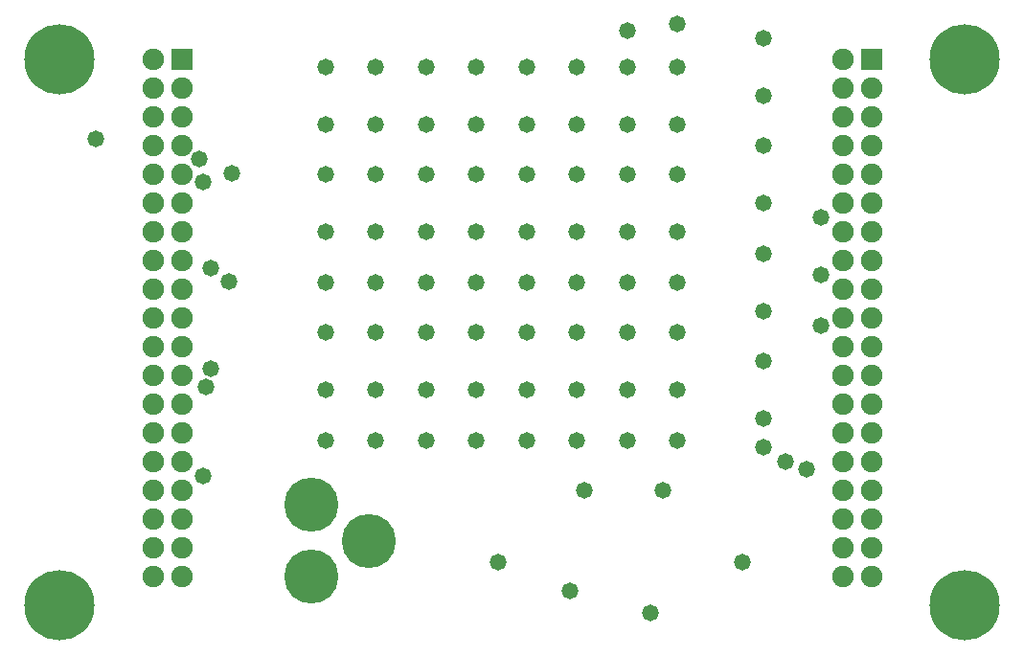
<source format=gbs>
G04*
G04 #@! TF.GenerationSoftware,Altium Limited,Altium Designer,21.6.4 (81)*
G04*
G04 Layer_Color=16711935*
%FSLAX25Y25*%
%MOIN*%
G70*
G04*
G04 #@! TF.SameCoordinates,A847D882-0BDF-4909-9EFC-D743794CE1D5*
G04*
G04*
G04 #@! TF.FilePolarity,Negative*
G04*
G01*
G75*
%ADD29C,0.18800*%
%ADD30R,0.07493X0.07493*%
%ADD31C,0.07493*%
%ADD32C,0.24422*%
%ADD33C,0.05800*%
D29*
X107500Y55000D02*
D03*
Y30000D02*
D03*
X127500Y42500D02*
D03*
D30*
X62500Y210000D02*
D03*
X302500D02*
D03*
D31*
X52500D02*
D03*
X62500Y200000D02*
D03*
X52500D02*
D03*
X62500Y190000D02*
D03*
X52500D02*
D03*
X62500Y180000D02*
D03*
X52500D02*
D03*
X62500Y170000D02*
D03*
X52500D02*
D03*
X62500Y160000D02*
D03*
X52500D02*
D03*
X62500Y150000D02*
D03*
X52500D02*
D03*
X62500Y140000D02*
D03*
X52500D02*
D03*
X62500Y130000D02*
D03*
X52500D02*
D03*
X62500Y120000D02*
D03*
X52500D02*
D03*
X62500Y110000D02*
D03*
X52500D02*
D03*
X62500Y100000D02*
D03*
X52500D02*
D03*
X62500Y90000D02*
D03*
X52500D02*
D03*
X62500Y80000D02*
D03*
X52500D02*
D03*
X62500Y70000D02*
D03*
X52500D02*
D03*
X62500Y60000D02*
D03*
X52500D02*
D03*
X62500Y50000D02*
D03*
X52500D02*
D03*
X62500Y40000D02*
D03*
X52500D02*
D03*
X62500Y30000D02*
D03*
X52500D02*
D03*
X292500Y210000D02*
D03*
X302500Y200000D02*
D03*
X292500D02*
D03*
X302500Y190000D02*
D03*
X292500D02*
D03*
X302500Y180000D02*
D03*
X292500D02*
D03*
X302500Y170000D02*
D03*
X292500D02*
D03*
X302500Y160000D02*
D03*
X292500D02*
D03*
X302500Y150000D02*
D03*
X292500D02*
D03*
X302500Y140000D02*
D03*
X292500D02*
D03*
X302500Y130000D02*
D03*
X292500D02*
D03*
X302500Y120000D02*
D03*
X292500D02*
D03*
X302500Y110000D02*
D03*
X292500D02*
D03*
X302500Y100000D02*
D03*
X292500D02*
D03*
X302500Y90000D02*
D03*
X292500D02*
D03*
X302500Y80000D02*
D03*
X292500D02*
D03*
X302500Y70000D02*
D03*
X292500D02*
D03*
X302500Y60000D02*
D03*
X292500D02*
D03*
X302500Y50000D02*
D03*
X292500D02*
D03*
X302500Y40000D02*
D03*
X292500D02*
D03*
X302500Y30000D02*
D03*
X292500D02*
D03*
D32*
X20000Y210000D02*
D03*
X335000D02*
D03*
Y20000D02*
D03*
X20000D02*
D03*
D33*
X70000Y65000D02*
D03*
X71100Y96100D02*
D03*
X72500Y102500D02*
D03*
X68690Y175244D02*
D03*
X280000Y67500D02*
D03*
X272500Y70000D02*
D03*
X265000Y85000D02*
D03*
Y160000D02*
D03*
Y217500D02*
D03*
X78904Y132716D02*
D03*
X235000Y222500D02*
D03*
X217500Y220000D02*
D03*
X80000Y170474D02*
D03*
X72505Y137495D02*
D03*
X70000Y167500D02*
D03*
X235000Y207500D02*
D03*
X217500D02*
D03*
X235000Y187500D02*
D03*
X217500D02*
D03*
X235000Y170000D02*
D03*
X217500D02*
D03*
X235000Y150000D02*
D03*
X217500D02*
D03*
X235000Y132500D02*
D03*
X217500D02*
D03*
X235000Y115000D02*
D03*
X217500D02*
D03*
X235000Y95000D02*
D03*
X217500D02*
D03*
X235000Y77500D02*
D03*
X217500D02*
D03*
X200000D02*
D03*
X182500D02*
D03*
X165000D02*
D03*
Y95000D02*
D03*
X182500D02*
D03*
X200000D02*
D03*
Y115000D02*
D03*
X182500D02*
D03*
X165000D02*
D03*
Y132500D02*
D03*
X182500D02*
D03*
X200000D02*
D03*
Y150000D02*
D03*
X182500D02*
D03*
X165000D02*
D03*
X200000Y170000D02*
D03*
X182500D02*
D03*
X200000Y187500D02*
D03*
X165000D02*
D03*
X182500D02*
D03*
X200000Y207500D02*
D03*
X182500D02*
D03*
X165000D02*
D03*
X147500D02*
D03*
Y187500D02*
D03*
Y170000D02*
D03*
Y150000D02*
D03*
Y132500D02*
D03*
Y115000D02*
D03*
Y95000D02*
D03*
Y77500D02*
D03*
X112500D02*
D03*
X130000D02*
D03*
X112500Y115000D02*
D03*
X130000D02*
D03*
Y132500D02*
D03*
X112500Y150000D02*
D03*
X130000D02*
D03*
Y170000D02*
D03*
Y187500D02*
D03*
Y207500D02*
D03*
X112500Y95000D02*
D03*
Y132500D02*
D03*
Y170000D02*
D03*
Y187500D02*
D03*
Y207500D02*
D03*
X265000Y105000D02*
D03*
X230000Y60000D02*
D03*
X202500D02*
D03*
X197500Y25000D02*
D03*
X225657Y17500D02*
D03*
X172500Y35000D02*
D03*
X265000Y75000D02*
D03*
X257500Y35000D02*
D03*
X32500Y182500D02*
D03*
X285000Y117500D02*
D03*
Y135000D02*
D03*
X165000Y170000D02*
D03*
X130000Y95000D02*
D03*
X285000Y155000D02*
D03*
X265000Y122500D02*
D03*
Y142500D02*
D03*
Y180000D02*
D03*
Y197500D02*
D03*
M02*

</source>
